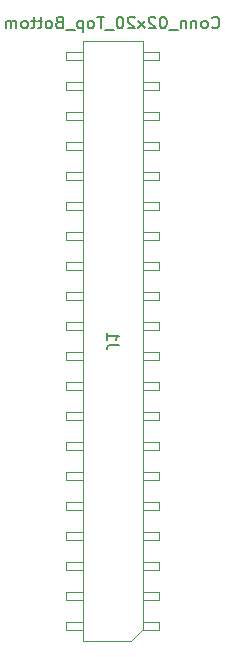
<source format=gbr>
%TF.GenerationSoftware,KiCad,Pcbnew,(5.1.10)-1*%
%TF.CreationDate,2021-09-26T01:53:07+10:00*%
%TF.ProjectId,RedPyKeeb_MCU,52656450-794b-4656-9562-5f4d43552e6b,rev?*%
%TF.SameCoordinates,Original*%
%TF.FileFunction,Other,Fab,Bot*%
%FSLAX46Y46*%
G04 Gerber Fmt 4.6, Leading zero omitted, Abs format (unit mm)*
G04 Created by KiCad (PCBNEW (5.1.10)-1) date 2021-09-26 01:53:07*
%MOMM*%
%LPD*%
G01*
G04 APERTURE LIST*
%ADD10C,0.100000*%
%ADD11C,0.150000*%
G04 APERTURE END LIST*
D10*
%TO.C,J1*%
X98907600Y-77012800D02*
X102987600Y-77012800D01*
X102987600Y-77012800D02*
X103987600Y-76012800D01*
X103987600Y-76012800D02*
X103987600Y-26212800D01*
X103987600Y-26212800D02*
X98907600Y-26212800D01*
X98907600Y-26212800D02*
X98907600Y-77012800D01*
X97527600Y-76062800D02*
X98907600Y-76062800D01*
X98907600Y-75422800D02*
X97527600Y-75422800D01*
X97527600Y-75422800D02*
X97527600Y-76062800D01*
X103987600Y-76062800D02*
X105367600Y-76062800D01*
X105367600Y-76062800D02*
X105367600Y-75422800D01*
X105367600Y-75422800D02*
X103987600Y-75422800D01*
X97527600Y-73522800D02*
X98907600Y-73522800D01*
X98907600Y-72882800D02*
X97527600Y-72882800D01*
X97527600Y-72882800D02*
X97527600Y-73522800D01*
X103987600Y-73522800D02*
X105367600Y-73522800D01*
X105367600Y-73522800D02*
X105367600Y-72882800D01*
X105367600Y-72882800D02*
X103987600Y-72882800D01*
X97527600Y-70982800D02*
X98907600Y-70982800D01*
X98907600Y-70342800D02*
X97527600Y-70342800D01*
X97527600Y-70342800D02*
X97527600Y-70982800D01*
X103987600Y-70982800D02*
X105367600Y-70982800D01*
X105367600Y-70982800D02*
X105367600Y-70342800D01*
X105367600Y-70342800D02*
X103987600Y-70342800D01*
X97527600Y-68442800D02*
X98907600Y-68442800D01*
X98907600Y-67802800D02*
X97527600Y-67802800D01*
X97527600Y-67802800D02*
X97527600Y-68442800D01*
X103987600Y-68442800D02*
X105367600Y-68442800D01*
X105367600Y-68442800D02*
X105367600Y-67802800D01*
X105367600Y-67802800D02*
X103987600Y-67802800D01*
X97527600Y-65902800D02*
X98907600Y-65902800D01*
X98907600Y-65262800D02*
X97527600Y-65262800D01*
X97527600Y-65262800D02*
X97527600Y-65902800D01*
X103987600Y-65902800D02*
X105367600Y-65902800D01*
X105367600Y-65902800D02*
X105367600Y-65262800D01*
X105367600Y-65262800D02*
X103987600Y-65262800D01*
X97527600Y-63362800D02*
X98907600Y-63362800D01*
X98907600Y-62722800D02*
X97527600Y-62722800D01*
X97527600Y-62722800D02*
X97527600Y-63362800D01*
X103987600Y-63362800D02*
X105367600Y-63362800D01*
X105367600Y-63362800D02*
X105367600Y-62722800D01*
X105367600Y-62722800D02*
X103987600Y-62722800D01*
X97527600Y-60822800D02*
X98907600Y-60822800D01*
X98907600Y-60182800D02*
X97527600Y-60182800D01*
X97527600Y-60182800D02*
X97527600Y-60822800D01*
X103987600Y-60822800D02*
X105367600Y-60822800D01*
X105367600Y-60822800D02*
X105367600Y-60182800D01*
X105367600Y-60182800D02*
X103987600Y-60182800D01*
X97527600Y-58282800D02*
X98907600Y-58282800D01*
X98907600Y-57642800D02*
X97527600Y-57642800D01*
X97527600Y-57642800D02*
X97527600Y-58282800D01*
X103987600Y-58282800D02*
X105367600Y-58282800D01*
X105367600Y-58282800D02*
X105367600Y-57642800D01*
X105367600Y-57642800D02*
X103987600Y-57642800D01*
X97527600Y-55742800D02*
X98907600Y-55742800D01*
X98907600Y-55102800D02*
X97527600Y-55102800D01*
X97527600Y-55102800D02*
X97527600Y-55742800D01*
X103987600Y-55742800D02*
X105367600Y-55742800D01*
X105367600Y-55742800D02*
X105367600Y-55102800D01*
X105367600Y-55102800D02*
X103987600Y-55102800D01*
X97527600Y-53202800D02*
X98907600Y-53202800D01*
X98907600Y-52562800D02*
X97527600Y-52562800D01*
X97527600Y-52562800D02*
X97527600Y-53202800D01*
X103987600Y-53202800D02*
X105367600Y-53202800D01*
X105367600Y-53202800D02*
X105367600Y-52562800D01*
X105367600Y-52562800D02*
X103987600Y-52562800D01*
X97527600Y-50662800D02*
X98907600Y-50662800D01*
X98907600Y-50022800D02*
X97527600Y-50022800D01*
X97527600Y-50022800D02*
X97527600Y-50662800D01*
X103987600Y-50662800D02*
X105367600Y-50662800D01*
X105367600Y-50662800D02*
X105367600Y-50022800D01*
X105367600Y-50022800D02*
X103987600Y-50022800D01*
X97527600Y-48122800D02*
X98907600Y-48122800D01*
X98907600Y-47482800D02*
X97527600Y-47482800D01*
X97527600Y-47482800D02*
X97527600Y-48122800D01*
X103987600Y-48122800D02*
X105367600Y-48122800D01*
X105367600Y-48122800D02*
X105367600Y-47482800D01*
X105367600Y-47482800D02*
X103987600Y-47482800D01*
X97527600Y-45582800D02*
X98907600Y-45582800D01*
X98907600Y-44942800D02*
X97527600Y-44942800D01*
X97527600Y-44942800D02*
X97527600Y-45582800D01*
X103987600Y-45582800D02*
X105367600Y-45582800D01*
X105367600Y-45582800D02*
X105367600Y-44942800D01*
X105367600Y-44942800D02*
X103987600Y-44942800D01*
X97527600Y-43042800D02*
X98907600Y-43042800D01*
X98907600Y-42402800D02*
X97527600Y-42402800D01*
X97527600Y-42402800D02*
X97527600Y-43042800D01*
X103987600Y-43042800D02*
X105367600Y-43042800D01*
X105367600Y-43042800D02*
X105367600Y-42402800D01*
X105367600Y-42402800D02*
X103987600Y-42402800D01*
X97527600Y-40502800D02*
X98907600Y-40502800D01*
X98907600Y-39862800D02*
X97527600Y-39862800D01*
X97527600Y-39862800D02*
X97527600Y-40502800D01*
X103987600Y-40502800D02*
X105367600Y-40502800D01*
X105367600Y-40502800D02*
X105367600Y-39862800D01*
X105367600Y-39862800D02*
X103987600Y-39862800D01*
X97527600Y-37962800D02*
X98907600Y-37962800D01*
X98907600Y-37322800D02*
X97527600Y-37322800D01*
X97527600Y-37322800D02*
X97527600Y-37962800D01*
X103987600Y-37962800D02*
X105367600Y-37962800D01*
X105367600Y-37962800D02*
X105367600Y-37322800D01*
X105367600Y-37322800D02*
X103987600Y-37322800D01*
X97527600Y-35422800D02*
X98907600Y-35422800D01*
X98907600Y-34782800D02*
X97527600Y-34782800D01*
X97527600Y-34782800D02*
X97527600Y-35422800D01*
X103987600Y-35422800D02*
X105367600Y-35422800D01*
X105367600Y-35422800D02*
X105367600Y-34782800D01*
X105367600Y-34782800D02*
X103987600Y-34782800D01*
X97527600Y-32882800D02*
X98907600Y-32882800D01*
X98907600Y-32242800D02*
X97527600Y-32242800D01*
X97527600Y-32242800D02*
X97527600Y-32882800D01*
X103987600Y-32882800D02*
X105367600Y-32882800D01*
X105367600Y-32882800D02*
X105367600Y-32242800D01*
X105367600Y-32242800D02*
X103987600Y-32242800D01*
X97527600Y-30342800D02*
X98907600Y-30342800D01*
X98907600Y-29702800D02*
X97527600Y-29702800D01*
X97527600Y-29702800D02*
X97527600Y-30342800D01*
X103987600Y-30342800D02*
X105367600Y-30342800D01*
X105367600Y-30342800D02*
X105367600Y-29702800D01*
X105367600Y-29702800D02*
X103987600Y-29702800D01*
X97527600Y-27802800D02*
X98907600Y-27802800D01*
X98907600Y-27162800D02*
X97527600Y-27162800D01*
X97527600Y-27162800D02*
X97527600Y-27802800D01*
X103987600Y-27802800D02*
X105367600Y-27802800D01*
X105367600Y-27802800D02*
X105367600Y-27162800D01*
X105367600Y-27162800D02*
X103987600Y-27162800D01*
%TD*%
%TO.C,J1*%
D11*
X109876171Y-25069942D02*
X109923790Y-25117561D01*
X110066647Y-25165180D01*
X110161885Y-25165180D01*
X110304742Y-25117561D01*
X110399980Y-25022323D01*
X110447600Y-24927085D01*
X110495219Y-24736609D01*
X110495219Y-24593752D01*
X110447600Y-24403276D01*
X110399980Y-24308038D01*
X110304742Y-24212800D01*
X110161885Y-24165180D01*
X110066647Y-24165180D01*
X109923790Y-24212800D01*
X109876171Y-24260419D01*
X109304742Y-25165180D02*
X109399980Y-25117561D01*
X109447600Y-25069942D01*
X109495219Y-24974704D01*
X109495219Y-24688990D01*
X109447600Y-24593752D01*
X109399980Y-24546133D01*
X109304742Y-24498514D01*
X109161885Y-24498514D01*
X109066647Y-24546133D01*
X109019028Y-24593752D01*
X108971409Y-24688990D01*
X108971409Y-24974704D01*
X109019028Y-25069942D01*
X109066647Y-25117561D01*
X109161885Y-25165180D01*
X109304742Y-25165180D01*
X108542838Y-24498514D02*
X108542838Y-25165180D01*
X108542838Y-24593752D02*
X108495219Y-24546133D01*
X108399980Y-24498514D01*
X108257123Y-24498514D01*
X108161885Y-24546133D01*
X108114266Y-24641371D01*
X108114266Y-25165180D01*
X107638076Y-24498514D02*
X107638076Y-25165180D01*
X107638076Y-24593752D02*
X107590457Y-24546133D01*
X107495219Y-24498514D01*
X107352361Y-24498514D01*
X107257123Y-24546133D01*
X107209504Y-24641371D01*
X107209504Y-25165180D01*
X106971409Y-25260419D02*
X106209504Y-25260419D01*
X105780933Y-24165180D02*
X105685695Y-24165180D01*
X105590457Y-24212800D01*
X105542838Y-24260419D01*
X105495219Y-24355657D01*
X105447600Y-24546133D01*
X105447600Y-24784228D01*
X105495219Y-24974704D01*
X105542838Y-25069942D01*
X105590457Y-25117561D01*
X105685695Y-25165180D01*
X105780933Y-25165180D01*
X105876171Y-25117561D01*
X105923790Y-25069942D01*
X105971409Y-24974704D01*
X106019028Y-24784228D01*
X106019028Y-24546133D01*
X105971409Y-24355657D01*
X105923790Y-24260419D01*
X105876171Y-24212800D01*
X105780933Y-24165180D01*
X105066647Y-24260419D02*
X105019028Y-24212800D01*
X104923790Y-24165180D01*
X104685695Y-24165180D01*
X104590457Y-24212800D01*
X104542838Y-24260419D01*
X104495219Y-24355657D01*
X104495219Y-24450895D01*
X104542838Y-24593752D01*
X105114266Y-25165180D01*
X104495219Y-25165180D01*
X104161885Y-25165180D02*
X103638076Y-24498514D01*
X104161885Y-24498514D02*
X103638076Y-25165180D01*
X103304742Y-24260419D02*
X103257123Y-24212800D01*
X103161885Y-24165180D01*
X102923790Y-24165180D01*
X102828552Y-24212800D01*
X102780933Y-24260419D01*
X102733314Y-24355657D01*
X102733314Y-24450895D01*
X102780933Y-24593752D01*
X103352361Y-25165180D01*
X102733314Y-25165180D01*
X102114266Y-24165180D02*
X102019028Y-24165180D01*
X101923790Y-24212800D01*
X101876171Y-24260419D01*
X101828552Y-24355657D01*
X101780933Y-24546133D01*
X101780933Y-24784228D01*
X101828552Y-24974704D01*
X101876171Y-25069942D01*
X101923790Y-25117561D01*
X102019028Y-25165180D01*
X102114266Y-25165180D01*
X102209504Y-25117561D01*
X102257123Y-25069942D01*
X102304742Y-24974704D01*
X102352361Y-24784228D01*
X102352361Y-24546133D01*
X102304742Y-24355657D01*
X102257123Y-24260419D01*
X102209504Y-24212800D01*
X102114266Y-24165180D01*
X101590457Y-25260419D02*
X100828552Y-25260419D01*
X100733314Y-24165180D02*
X100161885Y-24165180D01*
X100447600Y-25165180D02*
X100447600Y-24165180D01*
X99685695Y-25165180D02*
X99780933Y-25117561D01*
X99828552Y-25069942D01*
X99876171Y-24974704D01*
X99876171Y-24688990D01*
X99828552Y-24593752D01*
X99780933Y-24546133D01*
X99685695Y-24498514D01*
X99542838Y-24498514D01*
X99447600Y-24546133D01*
X99399980Y-24593752D01*
X99352361Y-24688990D01*
X99352361Y-24974704D01*
X99399980Y-25069942D01*
X99447600Y-25117561D01*
X99542838Y-25165180D01*
X99685695Y-25165180D01*
X98923790Y-24498514D02*
X98923790Y-25498514D01*
X98923790Y-24546133D02*
X98828552Y-24498514D01*
X98638076Y-24498514D01*
X98542838Y-24546133D01*
X98495219Y-24593752D01*
X98447600Y-24688990D01*
X98447600Y-24974704D01*
X98495219Y-25069942D01*
X98542838Y-25117561D01*
X98638076Y-25165180D01*
X98828552Y-25165180D01*
X98923790Y-25117561D01*
X98257123Y-25260419D02*
X97495219Y-25260419D01*
X96923790Y-24641371D02*
X96780933Y-24688990D01*
X96733314Y-24736609D01*
X96685695Y-24831847D01*
X96685695Y-24974704D01*
X96733314Y-25069942D01*
X96780933Y-25117561D01*
X96876171Y-25165180D01*
X97257123Y-25165180D01*
X97257123Y-24165180D01*
X96923790Y-24165180D01*
X96828552Y-24212800D01*
X96780933Y-24260419D01*
X96733314Y-24355657D01*
X96733314Y-24450895D01*
X96780933Y-24546133D01*
X96828552Y-24593752D01*
X96923790Y-24641371D01*
X97257123Y-24641371D01*
X96114266Y-25165180D02*
X96209504Y-25117561D01*
X96257123Y-25069942D01*
X96304742Y-24974704D01*
X96304742Y-24688990D01*
X96257123Y-24593752D01*
X96209504Y-24546133D01*
X96114266Y-24498514D01*
X95971409Y-24498514D01*
X95876171Y-24546133D01*
X95828552Y-24593752D01*
X95780933Y-24688990D01*
X95780933Y-24974704D01*
X95828552Y-25069942D01*
X95876171Y-25117561D01*
X95971409Y-25165180D01*
X96114266Y-25165180D01*
X95495219Y-24498514D02*
X95114266Y-24498514D01*
X95352361Y-24165180D02*
X95352361Y-25022323D01*
X95304742Y-25117561D01*
X95209504Y-25165180D01*
X95114266Y-25165180D01*
X94923790Y-24498514D02*
X94542838Y-24498514D01*
X94780933Y-24165180D02*
X94780933Y-25022323D01*
X94733314Y-25117561D01*
X94638076Y-25165180D01*
X94542838Y-25165180D01*
X94066647Y-25165180D02*
X94161885Y-25117561D01*
X94209504Y-25069942D01*
X94257123Y-24974704D01*
X94257123Y-24688990D01*
X94209504Y-24593752D01*
X94161885Y-24546133D01*
X94066647Y-24498514D01*
X93923790Y-24498514D01*
X93828552Y-24546133D01*
X93780933Y-24593752D01*
X93733314Y-24688990D01*
X93733314Y-24974704D01*
X93780933Y-25069942D01*
X93828552Y-25117561D01*
X93923790Y-25165180D01*
X94066647Y-25165180D01*
X93304742Y-25165180D02*
X93304742Y-24498514D01*
X93304742Y-24593752D02*
X93257123Y-24546133D01*
X93161885Y-24498514D01*
X93019028Y-24498514D01*
X92923790Y-24546133D01*
X92876171Y-24641371D01*
X92876171Y-25165180D01*
X92876171Y-24641371D02*
X92828552Y-24546133D01*
X92733314Y-24498514D01*
X92590457Y-24498514D01*
X92495219Y-24546133D01*
X92447600Y-24641371D01*
X92447600Y-25165180D01*
X101995219Y-51946133D02*
X101280933Y-51946133D01*
X101138076Y-51993752D01*
X101042838Y-52088990D01*
X100995219Y-52231847D01*
X100995219Y-52327085D01*
X100995219Y-50946133D02*
X100995219Y-51517561D01*
X100995219Y-51231847D02*
X101995219Y-51231847D01*
X101852361Y-51327085D01*
X101757123Y-51422323D01*
X101709504Y-51517561D01*
%TD*%
M02*

</source>
